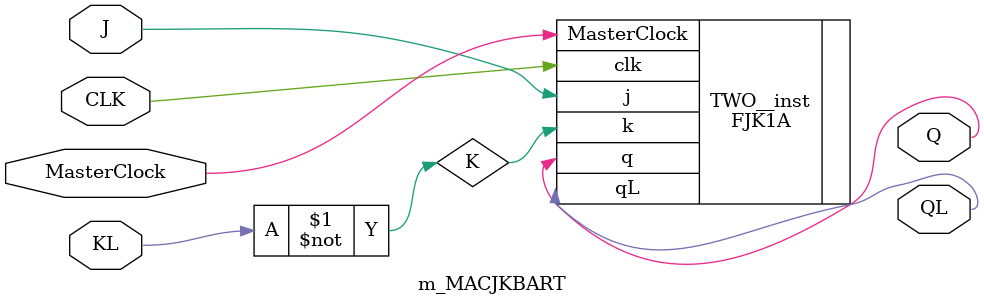
<source format=sv>
module m_MACJKBART                                                              //[QMACROS.NET:00054] MODULE MACJKBART;
(                                                                               //[QMACROS.NET:00054] MODULE MACJKBART;

    input    MasterClock,
    input    J,                                                                 //[QMACROS.NET:00056] INPUTS	J,KL,CLK;
    input    KL,                                                                //[QMACROS.NET:00056] INPUTS	J,KL,CLK;
    input    CLK,                                                               //[QMACROS.NET:00056] INPUTS	J,KL,CLK;
    output    Q,                                                                //[QMACROS.NET:00057] OUTPUTS	Q,QL;
    output    QL                                                                //[QMACROS.NET:00057] OUTPUTS	Q,QL;
);                                                                              //[QMACROS.NET:00054] MODULE MACJKBART;

                                                                                //[QMACROS.NET:00059] LEVEL FUNCTION;
wire K;                                                                         //[QMACROS.NET:00061] ONE_(K)=N1A(KL);
assign K = ~KL;                                                                 //[QMACROS.NET:00061] ONE_(K)=N1A(KL);
FJK1A TWO__inst (.MasterClock(MasterClock),.q(Q),.qL(QL),.j(J),.k(K),.clk(CLK));//[QMACROS.NET:00062] TWO_(Q,QL)=FJK1A(J,K,CLK);
endmodule                                                                       //[QMACROS.NET:00063] END MODULE;

</source>
